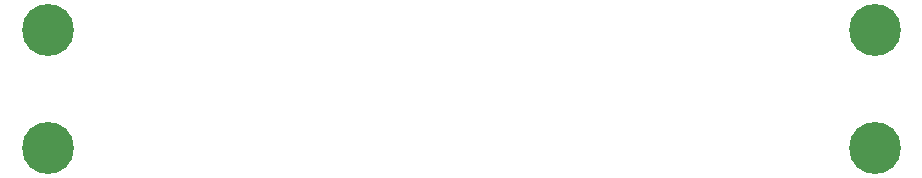
<source format=gbl>
%TF.GenerationSoftware,KiCad,Pcbnew,8.0.8*%
%TF.CreationDate,2025-01-29T16:57:42+00:00*%
%TF.ProjectId,ec30_1x7_r6_mh_0.1,65633330-5f31-4783-975f-72365f6d685f,v0.1*%
%TF.SameCoordinates,PX8d24d00PY37ca3a0*%
%TF.FileFunction,Copper,L4,Bot*%
%TF.FilePolarity,Positive*%
%FSLAX46Y46*%
G04 Gerber Fmt 4.6, Leading zero omitted, Abs format (unit mm)*
G04 Created by KiCad (PCBNEW 8.0.8) date 2025-01-29 16:57:42*
%MOMM*%
%LPD*%
G01*
G04 APERTURE LIST*
%TA.AperFunction,ComponentPad*%
%ADD10C,4.400000*%
%TD*%
%TA.AperFunction,FiducialPad,Local*%
%ADD11C,4.400000*%
%TD*%
G04 APERTURE END LIST*
D10*
%TO.P,MH3,MH3,MH3*%
%TO.N,JD_PWR*%
X-35000000Y11000000D03*
%TD*%
%TO.P,MH4,MH4,MH4*%
%TO.N,GND*%
X35000000Y1000001D03*
%TD*%
%TO.P,MH2,MH2,MH2*%
%TO.N,GND*%
X-35000000Y1000000D03*
%TD*%
D11*
%TO.P,MH1,MH1,MH1*%
%TO.N,JD_DATA*%
X35000000Y11000001D03*
%TD*%
M02*

</source>
